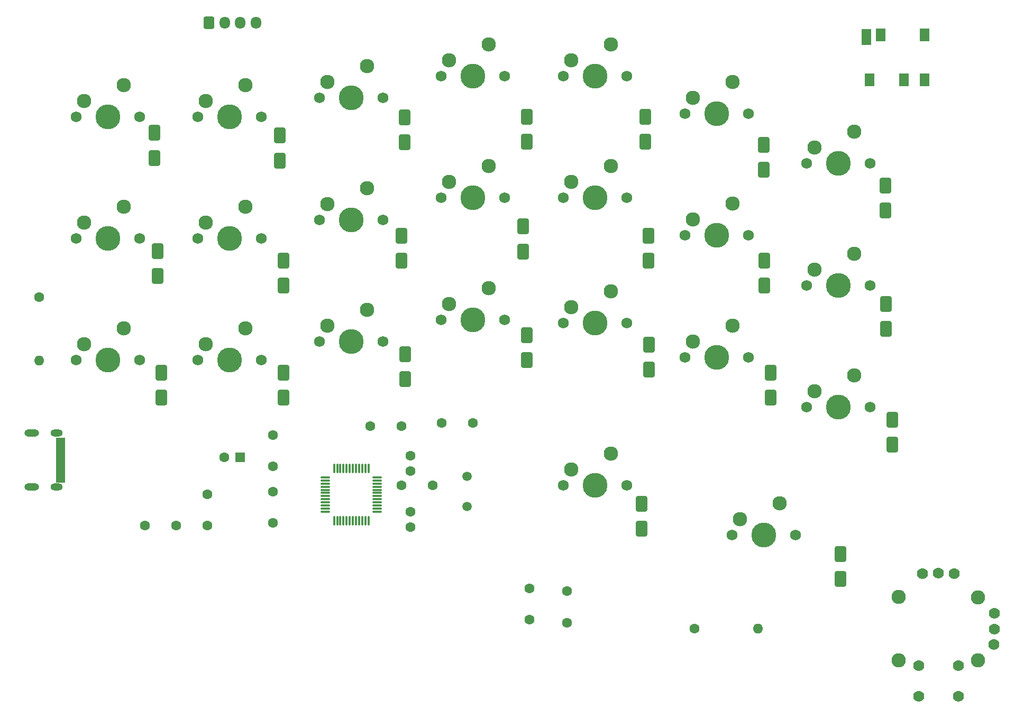
<source format=gbs>
%TF.GenerationSoftware,KiCad,Pcbnew,8.0.2*%
%TF.CreationDate,2024-10-11T16:26:55+02:00*%
%TF.ProjectId,duo_board,64756f5f-626f-4617-9264-2e6b69636164,rev?*%
%TF.SameCoordinates,Original*%
%TF.FileFunction,Soldermask,Bot*%
%TF.FilePolarity,Negative*%
%FSLAX46Y46*%
G04 Gerber Fmt 4.6, Leading zero omitted, Abs format (unit mm)*
G04 Created by KiCad (PCBNEW 8.0.2) date 2024-10-11 16:26:55*
%MOMM*%
%LPD*%
G01*
G04 APERTURE LIST*
G04 Aperture macros list*
%AMRoundRect*
0 Rectangle with rounded corners*
0 $1 Rounding radius*
0 $2 $3 $4 $5 $6 $7 $8 $9 X,Y pos of 4 corners*
0 Add a 4 corners polygon primitive as box body*
4,1,4,$2,$3,$4,$5,$6,$7,$8,$9,$2,$3,0*
0 Add four circle primitives for the rounded corners*
1,1,$1+$1,$2,$3*
1,1,$1+$1,$4,$5*
1,1,$1+$1,$6,$7*
1,1,$1+$1,$8,$9*
0 Add four rect primitives between the rounded corners*
20,1,$1+$1,$2,$3,$4,$5,0*
20,1,$1+$1,$4,$5,$6,$7,0*
20,1,$1+$1,$6,$7,$8,$9,0*
20,1,$1+$1,$8,$9,$2,$3,0*%
G04 Aperture macros list end*
%ADD10C,0.010000*%
%ADD11C,1.500000*%
%ADD12C,1.600000*%
%ADD13O,1.600000X1.600000*%
%ADD14R,1.600000X1.600000*%
%ADD15C,1.750000*%
%ADD16C,3.987800*%
%ADD17C,2.300000*%
%ADD18RoundRect,0.250000X-0.600000X-0.725000X0.600000X-0.725000X0.600000X0.725000X-0.600000X0.725000X0*%
%ADD19O,1.700000X1.950000*%
%ADD20R,1.498600X2.006600*%
%ADD21R,1.498600X2.590800*%
%ADD22RoundRect,0.250000X0.650000X-1.000000X0.650000X1.000000X-0.650000X1.000000X-0.650000X-1.000000X0*%
%ADD23O,2.352400X1.152400*%
%ADD24O,1.952400X1.152400*%
%ADD25RoundRect,0.075000X0.662500X0.075000X-0.662500X0.075000X-0.662500X-0.075000X0.662500X-0.075000X0*%
%ADD26RoundRect,0.075000X0.075000X0.662500X-0.075000X0.662500X-0.075000X-0.662500X0.075000X-0.662500X0*%
%ADD27C,1.778000*%
%ADD28C,2.286000*%
G04 APERTURE END LIST*
D10*
%TO.C,J2*%
X69063500Y-100658500D02*
X67786500Y-100658500D01*
X67786500Y-99941500D01*
X69063500Y-99941500D01*
X69063500Y-100658500D01*
G36*
X69063500Y-100658500D02*
G01*
X67786500Y-100658500D01*
X67786500Y-99941500D01*
X69063500Y-99941500D01*
X69063500Y-100658500D01*
G37*
X69063500Y-101458500D02*
X67786500Y-101458500D01*
X67786500Y-100741500D01*
X69063500Y-100741500D01*
X69063500Y-101458500D01*
G36*
X69063500Y-101458500D02*
G01*
X67786500Y-101458500D01*
X67786500Y-100741500D01*
X69063500Y-100741500D01*
X69063500Y-101458500D01*
G37*
X69063500Y-101962500D02*
X67786500Y-101962500D01*
X67786500Y-101537500D01*
X69063500Y-101537500D01*
X69063500Y-101962500D01*
G36*
X69063500Y-101962500D02*
G01*
X67786500Y-101962500D01*
X67786500Y-101537500D01*
X69063500Y-101537500D01*
X69063500Y-101962500D01*
G37*
X69063500Y-102462500D02*
X67786500Y-102462500D01*
X67786500Y-102037500D01*
X69063500Y-102037500D01*
X69063500Y-102462500D01*
G36*
X69063500Y-102462500D02*
G01*
X67786500Y-102462500D01*
X67786500Y-102037500D01*
X69063500Y-102037500D01*
X69063500Y-102462500D01*
G37*
X69063500Y-102962500D02*
X67786500Y-102962500D01*
X67786500Y-102537500D01*
X69063500Y-102537500D01*
X69063500Y-102962500D01*
G36*
X69063500Y-102962500D02*
G01*
X67786500Y-102962500D01*
X67786500Y-102537500D01*
X69063500Y-102537500D01*
X69063500Y-102962500D01*
G37*
X69063500Y-103462500D02*
X67786500Y-103462500D01*
X67786500Y-103037500D01*
X69063500Y-103037500D01*
X69063500Y-103462500D01*
G36*
X69063500Y-103462500D02*
G01*
X67786500Y-103462500D01*
X67786500Y-103037500D01*
X69063500Y-103037500D01*
X69063500Y-103462500D01*
G37*
X69063500Y-103962500D02*
X67786500Y-103962500D01*
X67786500Y-103537500D01*
X69063500Y-103537500D01*
X69063500Y-103962500D01*
G36*
X69063500Y-103962500D02*
G01*
X67786500Y-103962500D01*
X67786500Y-103537500D01*
X69063500Y-103537500D01*
X69063500Y-103962500D01*
G37*
X69063500Y-104462500D02*
X67786500Y-104462500D01*
X67786500Y-104037500D01*
X69063500Y-104037500D01*
X69063500Y-104462500D01*
G36*
X69063500Y-104462500D02*
G01*
X67786500Y-104462500D01*
X67786500Y-104037500D01*
X69063500Y-104037500D01*
X69063500Y-104462500D01*
G37*
X69063500Y-104962500D02*
X67786500Y-104962500D01*
X67786500Y-104537500D01*
X69063500Y-104537500D01*
X69063500Y-104962500D01*
G36*
X69063500Y-104962500D02*
G01*
X67786500Y-104962500D01*
X67786500Y-104537500D01*
X69063500Y-104537500D01*
X69063500Y-104962500D01*
G37*
X69063500Y-105462500D02*
X67786500Y-105462500D01*
X67786500Y-105037500D01*
X69063500Y-105037500D01*
X69063500Y-105462500D01*
G36*
X69063500Y-105462500D02*
G01*
X67786500Y-105462500D01*
X67786500Y-105037500D01*
X69063500Y-105037500D01*
X69063500Y-105462500D01*
G37*
X69063500Y-106258500D02*
X67786500Y-106258500D01*
X67786500Y-105541500D01*
X69063500Y-105541500D01*
X69063500Y-106258500D01*
G36*
X69063500Y-106258500D02*
G01*
X67786500Y-106258500D01*
X67786500Y-105541500D01*
X69063500Y-105541500D01*
X69063500Y-106258500D01*
G37*
X69063500Y-107058500D02*
X67786500Y-107058500D01*
X67786500Y-106341500D01*
X69063500Y-106341500D01*
X69063500Y-107058500D01*
G36*
X69063500Y-107058500D02*
G01*
X67786500Y-107058500D01*
X67786500Y-106341500D01*
X69063500Y-106341500D01*
X69063500Y-107058500D01*
G37*
%TD*%
D11*
%TO.C,Y1*%
X133500000Y-106050000D03*
X133500000Y-110930000D03*
%TD*%
D12*
%TO.C,R2*%
X169920000Y-130500000D03*
D13*
X180080000Y-130500000D03*
%TD*%
D12*
%TO.C,R1*%
X65000000Y-77420000D03*
D13*
X65000000Y-87580000D03*
%TD*%
D12*
%TO.C,C12*%
X92000000Y-114000000D03*
X92000000Y-109000000D03*
%TD*%
%TO.C,C11*%
X82000000Y-114000000D03*
X87000000Y-114000000D03*
%TD*%
%TO.C,C10*%
X124500000Y-111750000D03*
X124500000Y-114250000D03*
%TD*%
%TO.C,C9*%
X124500000Y-102750000D03*
X124500000Y-105250000D03*
%TD*%
%TO.C,C8*%
X149500000Y-129500000D03*
X149500000Y-124500000D03*
%TD*%
%TO.C,C7*%
X143500000Y-129000000D03*
X143500000Y-124000000D03*
%TD*%
%TO.C,C6*%
X134500000Y-97500000D03*
X129500000Y-97500000D03*
%TD*%
D14*
%TO.C,C5*%
X97196400Y-103000000D03*
D12*
X94696400Y-103000000D03*
%TD*%
%TO.C,C4*%
X118000000Y-98000000D03*
X123000000Y-98000000D03*
%TD*%
%TO.C,C3*%
X102500000Y-104500000D03*
X102500000Y-99500000D03*
%TD*%
%TO.C,C2*%
X123000000Y-107500000D03*
X128000000Y-107500000D03*
%TD*%
%TO.C,C1*%
X102500000Y-113500000D03*
X102500000Y-108500000D03*
%TD*%
D15*
%TO.C,MX16*%
X90420000Y-87500000D03*
D16*
X95500000Y-87500000D03*
D15*
X100580000Y-87500000D03*
D17*
X91690000Y-84960000D03*
X98040000Y-82420000D03*
%TD*%
D15*
%TO.C,MX4*%
X129420000Y-42000000D03*
D16*
X134500000Y-42000000D03*
D15*
X139580000Y-42000000D03*
D17*
X130690000Y-39460000D03*
X137040000Y-36920000D03*
%TD*%
D15*
%TO.C,MX18*%
X129420000Y-81000000D03*
D16*
X134500000Y-81000000D03*
D15*
X139580000Y-81000000D03*
D17*
X130690000Y-78460000D03*
X137040000Y-75920000D03*
%TD*%
D15*
%TO.C,MX13*%
X168420000Y-67500000D03*
D16*
X173500000Y-67500000D03*
D15*
X178580000Y-67500000D03*
D17*
X169690000Y-64960000D03*
X176040000Y-62420000D03*
%TD*%
D15*
%TO.C,MX9*%
X90420000Y-68000000D03*
D16*
X95500000Y-68000000D03*
D15*
X100580000Y-68000000D03*
D17*
X91690000Y-65460000D03*
X98040000Y-62920000D03*
%TD*%
D15*
%TO.C,MX6*%
X168420000Y-48000000D03*
D16*
X173500000Y-48000000D03*
D15*
X178580000Y-48000000D03*
D17*
X169690000Y-45460000D03*
X176040000Y-42920000D03*
%TD*%
D15*
%TO.C,MX22*%
X148920000Y-107500000D03*
D16*
X154000000Y-107500000D03*
D15*
X159080000Y-107500000D03*
D17*
X150190000Y-104960000D03*
X156540000Y-102420000D03*
%TD*%
D15*
%TO.C,MX21*%
X187920000Y-95000000D03*
D16*
X193000000Y-95000000D03*
D15*
X198080000Y-95000000D03*
D17*
X189190000Y-92460000D03*
X195540000Y-89920000D03*
%TD*%
D15*
%TO.C,MX3*%
X109920000Y-45500000D03*
D16*
X115000000Y-45500000D03*
D15*
X120080000Y-45500000D03*
D17*
X111190000Y-42960000D03*
X117540000Y-40420000D03*
%TD*%
D15*
%TO.C,MX23*%
X175920000Y-115500000D03*
D16*
X181000000Y-115500000D03*
D15*
X186080000Y-115500000D03*
D17*
X177190000Y-112960000D03*
X183540000Y-110420000D03*
%TD*%
D15*
%TO.C,MX17*%
X109920000Y-84500000D03*
D16*
X115000000Y-84500000D03*
D15*
X120080000Y-84500000D03*
D17*
X111190000Y-81960000D03*
X117540000Y-79420000D03*
%TD*%
D15*
%TO.C,MX1*%
X70920000Y-48500000D03*
D16*
X76000000Y-48500000D03*
D15*
X81080000Y-48500000D03*
D17*
X72190000Y-45960000D03*
X78540000Y-43420000D03*
%TD*%
D15*
%TO.C,MX2*%
X90420000Y-48500000D03*
D16*
X95500000Y-48500000D03*
D15*
X100580000Y-48500000D03*
D17*
X91690000Y-45960000D03*
X98040000Y-43420000D03*
%TD*%
D15*
%TO.C,MX20*%
X168420000Y-87000000D03*
D16*
X173500000Y-87000000D03*
D15*
X178580000Y-87000000D03*
D17*
X169690000Y-84460000D03*
X176040000Y-81920000D03*
%TD*%
D15*
%TO.C,MX11*%
X129420000Y-61500000D03*
D16*
X134500000Y-61500000D03*
D15*
X139580000Y-61500000D03*
D17*
X130690000Y-58960000D03*
X137040000Y-56420000D03*
%TD*%
D15*
%TO.C,MX14*%
X187920000Y-75500000D03*
D16*
X193000000Y-75500000D03*
D15*
X198080000Y-75500000D03*
D17*
X189190000Y-72960000D03*
X195540000Y-70420000D03*
%TD*%
D15*
%TO.C,MX7*%
X187920000Y-56000000D03*
D16*
X193000000Y-56000000D03*
D15*
X198080000Y-56000000D03*
D17*
X189190000Y-53460000D03*
X195540000Y-50920000D03*
%TD*%
D18*
%TO.C,J3*%
X92250000Y-33475000D03*
D19*
X94750000Y-33475000D03*
X97250000Y-33475000D03*
X99750000Y-33475000D03*
%TD*%
D15*
%TO.C,MX5*%
X148920000Y-42000000D03*
D16*
X154000000Y-42000000D03*
D15*
X159080000Y-42000000D03*
D17*
X150190000Y-39460000D03*
X156540000Y-36920000D03*
%TD*%
D15*
%TO.C,MX19*%
X148920000Y-81500000D03*
D16*
X154000000Y-81500000D03*
D15*
X159080000Y-81500000D03*
D17*
X150190000Y-78960000D03*
X156540000Y-76420000D03*
%TD*%
D15*
%TO.C,MX12*%
X148920000Y-61500000D03*
D16*
X154000000Y-61500000D03*
D15*
X159080000Y-61500000D03*
D17*
X150190000Y-58960000D03*
X156540000Y-56420000D03*
%TD*%
D15*
%TO.C,MX10*%
X109920000Y-65000000D03*
D16*
X115000000Y-65000000D03*
D15*
X120080000Y-65000000D03*
D17*
X111190000Y-62460000D03*
X117540000Y-59920000D03*
%TD*%
D15*
%TO.C,MX8*%
X70920000Y-68000000D03*
D16*
X76000000Y-68000000D03*
D15*
X81080000Y-68000000D03*
D17*
X72190000Y-65460000D03*
X78540000Y-62920000D03*
%TD*%
D15*
%TO.C,MX15*%
X70920000Y-87500000D03*
D16*
X76000000Y-87500000D03*
D15*
X81080000Y-87500000D03*
D17*
X72190000Y-84960000D03*
X78540000Y-82420000D03*
%TD*%
D20*
%TO.C,J1*%
X197996200Y-42606800D03*
X203482600Y-42606800D03*
X206784600Y-42606800D03*
D21*
X197462800Y-35698000D03*
D20*
X199774200Y-35393200D03*
X206784600Y-35393200D03*
%TD*%
D22*
%TO.C,D14*%
X200620000Y-82500000D03*
X200620000Y-78500000D03*
%TD*%
%TO.C,D7*%
X200540000Y-63500000D03*
X200540000Y-59500000D03*
%TD*%
D23*
%TO.C,J2*%
X63850000Y-107820000D03*
X63850000Y-99180000D03*
D24*
X67850000Y-107820000D03*
X67850000Y-99180000D03*
%TD*%
D22*
%TO.C,D20*%
X182120000Y-93500000D03*
X182120000Y-89500000D03*
%TD*%
%TO.C,D12*%
X162540000Y-71580000D03*
X162540000Y-67580000D03*
%TD*%
%TO.C,D21*%
X201620000Y-101000000D03*
X201620000Y-97000000D03*
%TD*%
%TO.C,D8*%
X83960000Y-74000000D03*
X83960000Y-70000000D03*
%TD*%
%TO.C,D19*%
X162620000Y-89000000D03*
X162620000Y-85000000D03*
%TD*%
%TO.C,D10*%
X123040000Y-71580000D03*
X123040000Y-67580000D03*
%TD*%
D25*
%TO.C,U1*%
X119162500Y-106250000D03*
X119162500Y-106750000D03*
X119162500Y-107250000D03*
X119162500Y-107750000D03*
X119162500Y-108250000D03*
X119162500Y-108750000D03*
X119162500Y-109250000D03*
X119162500Y-109750000D03*
X119162500Y-110250000D03*
X119162500Y-110750000D03*
X119162500Y-111250000D03*
X119162500Y-111750000D03*
D26*
X117750000Y-113162500D03*
X117250000Y-113162500D03*
X116750000Y-113162500D03*
X116250000Y-113162500D03*
X115750000Y-113162500D03*
X115250000Y-113162500D03*
X114750000Y-113162500D03*
X114250000Y-113162500D03*
X113750000Y-113162500D03*
X113250000Y-113162500D03*
X112750000Y-113162500D03*
X112250000Y-113162500D03*
D25*
X110837500Y-111750000D03*
X110837500Y-111250000D03*
X110837500Y-110750000D03*
X110837500Y-110250000D03*
X110837500Y-109750000D03*
X110837500Y-109250000D03*
X110837500Y-108750000D03*
X110837500Y-108250000D03*
X110837500Y-107750000D03*
X110837500Y-107250000D03*
X110837500Y-106750000D03*
X110837500Y-106250000D03*
D26*
X112250000Y-104837500D03*
X112750000Y-104837500D03*
X113250000Y-104837500D03*
X113750000Y-104837500D03*
X114250000Y-104837500D03*
X114750000Y-104837500D03*
X115250000Y-104837500D03*
X115750000Y-104837500D03*
X116250000Y-104837500D03*
X116750000Y-104837500D03*
X117250000Y-104837500D03*
X117750000Y-104837500D03*
%TD*%
D22*
%TO.C,D17*%
X123620000Y-90500000D03*
X123620000Y-86500000D03*
%TD*%
%TO.C,D5*%
X162040000Y-52500000D03*
X162040000Y-48500000D03*
%TD*%
%TO.C,D2*%
X103540000Y-55500000D03*
X103540000Y-51500000D03*
%TD*%
%TO.C,D4*%
X143120000Y-52500000D03*
X143120000Y-48500000D03*
%TD*%
%TO.C,D11*%
X142540000Y-70080000D03*
X142540000Y-66080000D03*
%TD*%
%TO.C,D18*%
X143120000Y-87500000D03*
X143120000Y-83500000D03*
%TD*%
%TO.C,D16*%
X104120000Y-93500000D03*
X104120000Y-89500000D03*
%TD*%
%TO.C,D22*%
X161500000Y-114500000D03*
X161500000Y-110500000D03*
%TD*%
%TO.C,D6*%
X181040000Y-57000000D03*
X181040000Y-53000000D03*
%TD*%
%TO.C,D3*%
X123540000Y-52580000D03*
X123540000Y-48580000D03*
%TD*%
%TO.C,D15*%
X84620000Y-93500000D03*
X84620000Y-89500000D03*
%TD*%
%TO.C,D1*%
X83500000Y-55080000D03*
X83500000Y-51080000D03*
%TD*%
%TO.C,D23*%
X193270000Y-122500000D03*
X193270000Y-118500000D03*
%TD*%
%TO.C,D13*%
X181120000Y-75500000D03*
X181120000Y-71500000D03*
%TD*%
%TO.C,D9*%
X104120000Y-75500000D03*
X104120000Y-71500000D03*
%TD*%
D27*
%TO.C,U2*%
X212175000Y-141314800D03*
X205825000Y-141295000D03*
X212175000Y-136374800D03*
X205815000Y-136354800D03*
X211525000Y-121624800D03*
X208985000Y-121604800D03*
X206445000Y-121624800D03*
D28*
X215350000Y-135564800D03*
X215350000Y-125434800D03*
X202650000Y-125420000D03*
X202650000Y-135580000D03*
D27*
X217890000Y-133040000D03*
X217905000Y-130514800D03*
X217905000Y-127974800D03*
%TD*%
M02*

</source>
